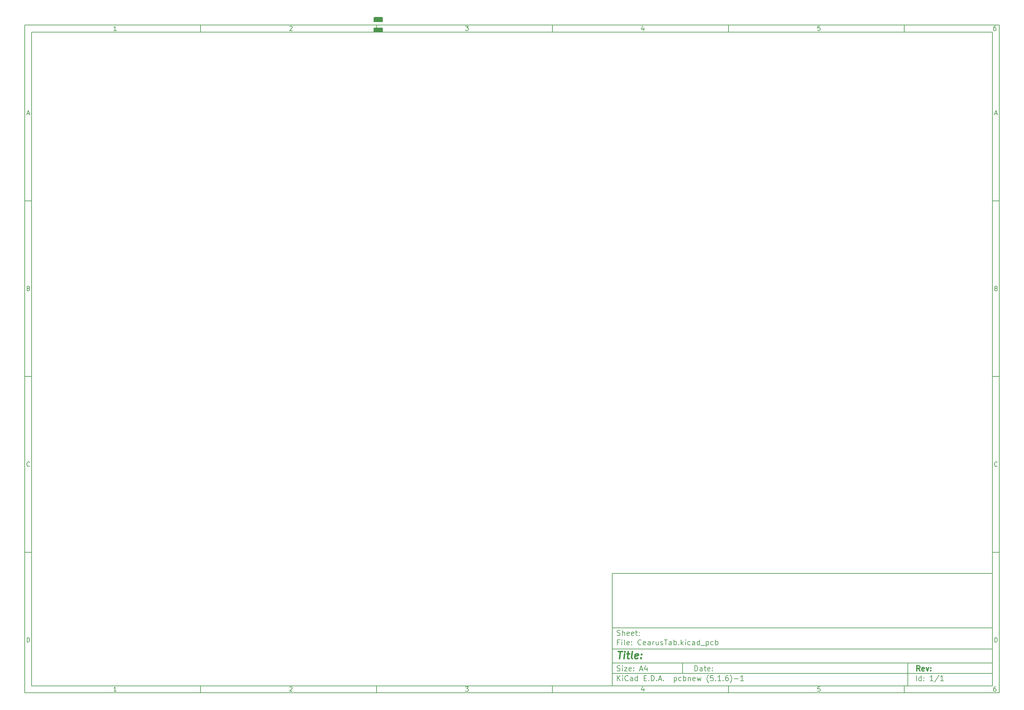
<source format=gbr>
%TF.GenerationSoftware,KiCad,Pcbnew,(5.1.6)-1*%
%TF.CreationDate,2021-02-12T14:30:02+03:00*%
%TF.ProjectId,CearusTab,43656172-7573-4546-9162-2e6b69636164,rev?*%
%TF.SameCoordinates,Original*%
%TF.FileFunction,Paste,Bot*%
%TF.FilePolarity,Positive*%
%FSLAX46Y46*%
G04 Gerber Fmt 4.6, Leading zero omitted, Abs format (unit mm)*
G04 Created by KiCad (PCBNEW (5.1.6)-1) date 2021-02-12 14:30:02*
%MOMM*%
%LPD*%
G01*
G04 APERTURE LIST*
%ADD10C,0.100000*%
%ADD11C,0.150000*%
%ADD12C,0.300000*%
%ADD13C,0.400000*%
G04 APERTURE END LIST*
D10*
D11*
X177002200Y-166007200D02*
X177002200Y-198007200D01*
X285002200Y-198007200D01*
X285002200Y-166007200D01*
X177002200Y-166007200D01*
D10*
D11*
X10000000Y-10000000D02*
X10000000Y-200007200D01*
X287002200Y-200007200D01*
X287002200Y-10000000D01*
X10000000Y-10000000D01*
D10*
D11*
X12000000Y-12000000D02*
X12000000Y-198007200D01*
X285002200Y-198007200D01*
X285002200Y-12000000D01*
X12000000Y-12000000D01*
D10*
D11*
X60000000Y-12000000D02*
X60000000Y-10000000D01*
D10*
D11*
X110000000Y-12000000D02*
X110000000Y-10000000D01*
D10*
D11*
X160000000Y-12000000D02*
X160000000Y-10000000D01*
D10*
D11*
X210000000Y-12000000D02*
X210000000Y-10000000D01*
D10*
D11*
X260000000Y-12000000D02*
X260000000Y-10000000D01*
D10*
D11*
X36065476Y-11588095D02*
X35322619Y-11588095D01*
X35694047Y-11588095D02*
X35694047Y-10288095D01*
X35570238Y-10473809D01*
X35446428Y-10597619D01*
X35322619Y-10659523D01*
D10*
D11*
X85322619Y-10411904D02*
X85384523Y-10350000D01*
X85508333Y-10288095D01*
X85817857Y-10288095D01*
X85941666Y-10350000D01*
X86003571Y-10411904D01*
X86065476Y-10535714D01*
X86065476Y-10659523D01*
X86003571Y-10845238D01*
X85260714Y-11588095D01*
X86065476Y-11588095D01*
D10*
D11*
X135260714Y-10288095D02*
X136065476Y-10288095D01*
X135632142Y-10783333D01*
X135817857Y-10783333D01*
X135941666Y-10845238D01*
X136003571Y-10907142D01*
X136065476Y-11030952D01*
X136065476Y-11340476D01*
X136003571Y-11464285D01*
X135941666Y-11526190D01*
X135817857Y-11588095D01*
X135446428Y-11588095D01*
X135322619Y-11526190D01*
X135260714Y-11464285D01*
D10*
D11*
X185941666Y-10721428D02*
X185941666Y-11588095D01*
X185632142Y-10226190D02*
X185322619Y-11154761D01*
X186127380Y-11154761D01*
D10*
D11*
X236003571Y-10288095D02*
X235384523Y-10288095D01*
X235322619Y-10907142D01*
X235384523Y-10845238D01*
X235508333Y-10783333D01*
X235817857Y-10783333D01*
X235941666Y-10845238D01*
X236003571Y-10907142D01*
X236065476Y-11030952D01*
X236065476Y-11340476D01*
X236003571Y-11464285D01*
X235941666Y-11526190D01*
X235817857Y-11588095D01*
X235508333Y-11588095D01*
X235384523Y-11526190D01*
X235322619Y-11464285D01*
D10*
D11*
X285941666Y-10288095D02*
X285694047Y-10288095D01*
X285570238Y-10350000D01*
X285508333Y-10411904D01*
X285384523Y-10597619D01*
X285322619Y-10845238D01*
X285322619Y-11340476D01*
X285384523Y-11464285D01*
X285446428Y-11526190D01*
X285570238Y-11588095D01*
X285817857Y-11588095D01*
X285941666Y-11526190D01*
X286003571Y-11464285D01*
X286065476Y-11340476D01*
X286065476Y-11030952D01*
X286003571Y-10907142D01*
X285941666Y-10845238D01*
X285817857Y-10783333D01*
X285570238Y-10783333D01*
X285446428Y-10845238D01*
X285384523Y-10907142D01*
X285322619Y-11030952D01*
D10*
D11*
X60000000Y-198007200D02*
X60000000Y-200007200D01*
D10*
D11*
X110000000Y-198007200D02*
X110000000Y-200007200D01*
D10*
D11*
X160000000Y-198007200D02*
X160000000Y-200007200D01*
D10*
D11*
X210000000Y-198007200D02*
X210000000Y-200007200D01*
D10*
D11*
X260000000Y-198007200D02*
X260000000Y-200007200D01*
D10*
D11*
X36065476Y-199595295D02*
X35322619Y-199595295D01*
X35694047Y-199595295D02*
X35694047Y-198295295D01*
X35570238Y-198481009D01*
X35446428Y-198604819D01*
X35322619Y-198666723D01*
D10*
D11*
X85322619Y-198419104D02*
X85384523Y-198357200D01*
X85508333Y-198295295D01*
X85817857Y-198295295D01*
X85941666Y-198357200D01*
X86003571Y-198419104D01*
X86065476Y-198542914D01*
X86065476Y-198666723D01*
X86003571Y-198852438D01*
X85260714Y-199595295D01*
X86065476Y-199595295D01*
D10*
D11*
X135260714Y-198295295D02*
X136065476Y-198295295D01*
X135632142Y-198790533D01*
X135817857Y-198790533D01*
X135941666Y-198852438D01*
X136003571Y-198914342D01*
X136065476Y-199038152D01*
X136065476Y-199347676D01*
X136003571Y-199471485D01*
X135941666Y-199533390D01*
X135817857Y-199595295D01*
X135446428Y-199595295D01*
X135322619Y-199533390D01*
X135260714Y-199471485D01*
D10*
D11*
X185941666Y-198728628D02*
X185941666Y-199595295D01*
X185632142Y-198233390D02*
X185322619Y-199161961D01*
X186127380Y-199161961D01*
D10*
D11*
X236003571Y-198295295D02*
X235384523Y-198295295D01*
X235322619Y-198914342D01*
X235384523Y-198852438D01*
X235508333Y-198790533D01*
X235817857Y-198790533D01*
X235941666Y-198852438D01*
X236003571Y-198914342D01*
X236065476Y-199038152D01*
X236065476Y-199347676D01*
X236003571Y-199471485D01*
X235941666Y-199533390D01*
X235817857Y-199595295D01*
X235508333Y-199595295D01*
X235384523Y-199533390D01*
X235322619Y-199471485D01*
D10*
D11*
X285941666Y-198295295D02*
X285694047Y-198295295D01*
X285570238Y-198357200D01*
X285508333Y-198419104D01*
X285384523Y-198604819D01*
X285322619Y-198852438D01*
X285322619Y-199347676D01*
X285384523Y-199471485D01*
X285446428Y-199533390D01*
X285570238Y-199595295D01*
X285817857Y-199595295D01*
X285941666Y-199533390D01*
X286003571Y-199471485D01*
X286065476Y-199347676D01*
X286065476Y-199038152D01*
X286003571Y-198914342D01*
X285941666Y-198852438D01*
X285817857Y-198790533D01*
X285570238Y-198790533D01*
X285446428Y-198852438D01*
X285384523Y-198914342D01*
X285322619Y-199038152D01*
D10*
D11*
X10000000Y-60000000D02*
X12000000Y-60000000D01*
D10*
D11*
X10000000Y-110000000D02*
X12000000Y-110000000D01*
D10*
D11*
X10000000Y-160000000D02*
X12000000Y-160000000D01*
D10*
D11*
X10690476Y-35216666D02*
X11309523Y-35216666D01*
X10566666Y-35588095D02*
X11000000Y-34288095D01*
X11433333Y-35588095D01*
D10*
D11*
X11092857Y-84907142D02*
X11278571Y-84969047D01*
X11340476Y-85030952D01*
X11402380Y-85154761D01*
X11402380Y-85340476D01*
X11340476Y-85464285D01*
X11278571Y-85526190D01*
X11154761Y-85588095D01*
X10659523Y-85588095D01*
X10659523Y-84288095D01*
X11092857Y-84288095D01*
X11216666Y-84350000D01*
X11278571Y-84411904D01*
X11340476Y-84535714D01*
X11340476Y-84659523D01*
X11278571Y-84783333D01*
X11216666Y-84845238D01*
X11092857Y-84907142D01*
X10659523Y-84907142D01*
D10*
D11*
X11402380Y-135464285D02*
X11340476Y-135526190D01*
X11154761Y-135588095D01*
X11030952Y-135588095D01*
X10845238Y-135526190D01*
X10721428Y-135402380D01*
X10659523Y-135278571D01*
X10597619Y-135030952D01*
X10597619Y-134845238D01*
X10659523Y-134597619D01*
X10721428Y-134473809D01*
X10845238Y-134350000D01*
X11030952Y-134288095D01*
X11154761Y-134288095D01*
X11340476Y-134350000D01*
X11402380Y-134411904D01*
D10*
D11*
X10659523Y-185588095D02*
X10659523Y-184288095D01*
X10969047Y-184288095D01*
X11154761Y-184350000D01*
X11278571Y-184473809D01*
X11340476Y-184597619D01*
X11402380Y-184845238D01*
X11402380Y-185030952D01*
X11340476Y-185278571D01*
X11278571Y-185402380D01*
X11154761Y-185526190D01*
X10969047Y-185588095D01*
X10659523Y-185588095D01*
D10*
D11*
X287002200Y-60000000D02*
X285002200Y-60000000D01*
D10*
D11*
X287002200Y-110000000D02*
X285002200Y-110000000D01*
D10*
D11*
X287002200Y-160000000D02*
X285002200Y-160000000D01*
D10*
D11*
X285692676Y-35216666D02*
X286311723Y-35216666D01*
X285568866Y-35588095D02*
X286002200Y-34288095D01*
X286435533Y-35588095D01*
D10*
D11*
X286095057Y-84907142D02*
X286280771Y-84969047D01*
X286342676Y-85030952D01*
X286404580Y-85154761D01*
X286404580Y-85340476D01*
X286342676Y-85464285D01*
X286280771Y-85526190D01*
X286156961Y-85588095D01*
X285661723Y-85588095D01*
X285661723Y-84288095D01*
X286095057Y-84288095D01*
X286218866Y-84350000D01*
X286280771Y-84411904D01*
X286342676Y-84535714D01*
X286342676Y-84659523D01*
X286280771Y-84783333D01*
X286218866Y-84845238D01*
X286095057Y-84907142D01*
X285661723Y-84907142D01*
D10*
D11*
X286404580Y-135464285D02*
X286342676Y-135526190D01*
X286156961Y-135588095D01*
X286033152Y-135588095D01*
X285847438Y-135526190D01*
X285723628Y-135402380D01*
X285661723Y-135278571D01*
X285599819Y-135030952D01*
X285599819Y-134845238D01*
X285661723Y-134597619D01*
X285723628Y-134473809D01*
X285847438Y-134350000D01*
X286033152Y-134288095D01*
X286156961Y-134288095D01*
X286342676Y-134350000D01*
X286404580Y-134411904D01*
D10*
D11*
X285661723Y-185588095D02*
X285661723Y-184288095D01*
X285971247Y-184288095D01*
X286156961Y-184350000D01*
X286280771Y-184473809D01*
X286342676Y-184597619D01*
X286404580Y-184845238D01*
X286404580Y-185030952D01*
X286342676Y-185278571D01*
X286280771Y-185402380D01*
X286156961Y-185526190D01*
X285971247Y-185588095D01*
X285661723Y-185588095D01*
D10*
D11*
X200434342Y-193785771D02*
X200434342Y-192285771D01*
X200791485Y-192285771D01*
X201005771Y-192357200D01*
X201148628Y-192500057D01*
X201220057Y-192642914D01*
X201291485Y-192928628D01*
X201291485Y-193142914D01*
X201220057Y-193428628D01*
X201148628Y-193571485D01*
X201005771Y-193714342D01*
X200791485Y-193785771D01*
X200434342Y-193785771D01*
X202577200Y-193785771D02*
X202577200Y-193000057D01*
X202505771Y-192857200D01*
X202362914Y-192785771D01*
X202077200Y-192785771D01*
X201934342Y-192857200D01*
X202577200Y-193714342D02*
X202434342Y-193785771D01*
X202077200Y-193785771D01*
X201934342Y-193714342D01*
X201862914Y-193571485D01*
X201862914Y-193428628D01*
X201934342Y-193285771D01*
X202077200Y-193214342D01*
X202434342Y-193214342D01*
X202577200Y-193142914D01*
X203077200Y-192785771D02*
X203648628Y-192785771D01*
X203291485Y-192285771D02*
X203291485Y-193571485D01*
X203362914Y-193714342D01*
X203505771Y-193785771D01*
X203648628Y-193785771D01*
X204720057Y-193714342D02*
X204577200Y-193785771D01*
X204291485Y-193785771D01*
X204148628Y-193714342D01*
X204077200Y-193571485D01*
X204077200Y-193000057D01*
X204148628Y-192857200D01*
X204291485Y-192785771D01*
X204577200Y-192785771D01*
X204720057Y-192857200D01*
X204791485Y-193000057D01*
X204791485Y-193142914D01*
X204077200Y-193285771D01*
X205434342Y-193642914D02*
X205505771Y-193714342D01*
X205434342Y-193785771D01*
X205362914Y-193714342D01*
X205434342Y-193642914D01*
X205434342Y-193785771D01*
X205434342Y-192857200D02*
X205505771Y-192928628D01*
X205434342Y-193000057D01*
X205362914Y-192928628D01*
X205434342Y-192857200D01*
X205434342Y-193000057D01*
D10*
D11*
X177002200Y-194507200D02*
X285002200Y-194507200D01*
D10*
D11*
X178434342Y-196585771D02*
X178434342Y-195085771D01*
X179291485Y-196585771D02*
X178648628Y-195728628D01*
X179291485Y-195085771D02*
X178434342Y-195942914D01*
X179934342Y-196585771D02*
X179934342Y-195585771D01*
X179934342Y-195085771D02*
X179862914Y-195157200D01*
X179934342Y-195228628D01*
X180005771Y-195157200D01*
X179934342Y-195085771D01*
X179934342Y-195228628D01*
X181505771Y-196442914D02*
X181434342Y-196514342D01*
X181220057Y-196585771D01*
X181077200Y-196585771D01*
X180862914Y-196514342D01*
X180720057Y-196371485D01*
X180648628Y-196228628D01*
X180577200Y-195942914D01*
X180577200Y-195728628D01*
X180648628Y-195442914D01*
X180720057Y-195300057D01*
X180862914Y-195157200D01*
X181077200Y-195085771D01*
X181220057Y-195085771D01*
X181434342Y-195157200D01*
X181505771Y-195228628D01*
X182791485Y-196585771D02*
X182791485Y-195800057D01*
X182720057Y-195657200D01*
X182577200Y-195585771D01*
X182291485Y-195585771D01*
X182148628Y-195657200D01*
X182791485Y-196514342D02*
X182648628Y-196585771D01*
X182291485Y-196585771D01*
X182148628Y-196514342D01*
X182077200Y-196371485D01*
X182077200Y-196228628D01*
X182148628Y-196085771D01*
X182291485Y-196014342D01*
X182648628Y-196014342D01*
X182791485Y-195942914D01*
X184148628Y-196585771D02*
X184148628Y-195085771D01*
X184148628Y-196514342D02*
X184005771Y-196585771D01*
X183720057Y-196585771D01*
X183577200Y-196514342D01*
X183505771Y-196442914D01*
X183434342Y-196300057D01*
X183434342Y-195871485D01*
X183505771Y-195728628D01*
X183577200Y-195657200D01*
X183720057Y-195585771D01*
X184005771Y-195585771D01*
X184148628Y-195657200D01*
X186005771Y-195800057D02*
X186505771Y-195800057D01*
X186720057Y-196585771D02*
X186005771Y-196585771D01*
X186005771Y-195085771D01*
X186720057Y-195085771D01*
X187362914Y-196442914D02*
X187434342Y-196514342D01*
X187362914Y-196585771D01*
X187291485Y-196514342D01*
X187362914Y-196442914D01*
X187362914Y-196585771D01*
X188077200Y-196585771D02*
X188077200Y-195085771D01*
X188434342Y-195085771D01*
X188648628Y-195157200D01*
X188791485Y-195300057D01*
X188862914Y-195442914D01*
X188934342Y-195728628D01*
X188934342Y-195942914D01*
X188862914Y-196228628D01*
X188791485Y-196371485D01*
X188648628Y-196514342D01*
X188434342Y-196585771D01*
X188077200Y-196585771D01*
X189577200Y-196442914D02*
X189648628Y-196514342D01*
X189577200Y-196585771D01*
X189505771Y-196514342D01*
X189577200Y-196442914D01*
X189577200Y-196585771D01*
X190220057Y-196157200D02*
X190934342Y-196157200D01*
X190077200Y-196585771D02*
X190577200Y-195085771D01*
X191077200Y-196585771D01*
X191577200Y-196442914D02*
X191648628Y-196514342D01*
X191577200Y-196585771D01*
X191505771Y-196514342D01*
X191577200Y-196442914D01*
X191577200Y-196585771D01*
X194577200Y-195585771D02*
X194577200Y-197085771D01*
X194577200Y-195657200D02*
X194720057Y-195585771D01*
X195005771Y-195585771D01*
X195148628Y-195657200D01*
X195220057Y-195728628D01*
X195291485Y-195871485D01*
X195291485Y-196300057D01*
X195220057Y-196442914D01*
X195148628Y-196514342D01*
X195005771Y-196585771D01*
X194720057Y-196585771D01*
X194577200Y-196514342D01*
X196577200Y-196514342D02*
X196434342Y-196585771D01*
X196148628Y-196585771D01*
X196005771Y-196514342D01*
X195934342Y-196442914D01*
X195862914Y-196300057D01*
X195862914Y-195871485D01*
X195934342Y-195728628D01*
X196005771Y-195657200D01*
X196148628Y-195585771D01*
X196434342Y-195585771D01*
X196577200Y-195657200D01*
X197220057Y-196585771D02*
X197220057Y-195085771D01*
X197220057Y-195657200D02*
X197362914Y-195585771D01*
X197648628Y-195585771D01*
X197791485Y-195657200D01*
X197862914Y-195728628D01*
X197934342Y-195871485D01*
X197934342Y-196300057D01*
X197862914Y-196442914D01*
X197791485Y-196514342D01*
X197648628Y-196585771D01*
X197362914Y-196585771D01*
X197220057Y-196514342D01*
X198577200Y-195585771D02*
X198577200Y-196585771D01*
X198577200Y-195728628D02*
X198648628Y-195657200D01*
X198791485Y-195585771D01*
X199005771Y-195585771D01*
X199148628Y-195657200D01*
X199220057Y-195800057D01*
X199220057Y-196585771D01*
X200505771Y-196514342D02*
X200362914Y-196585771D01*
X200077200Y-196585771D01*
X199934342Y-196514342D01*
X199862914Y-196371485D01*
X199862914Y-195800057D01*
X199934342Y-195657200D01*
X200077200Y-195585771D01*
X200362914Y-195585771D01*
X200505771Y-195657200D01*
X200577200Y-195800057D01*
X200577200Y-195942914D01*
X199862914Y-196085771D01*
X201077200Y-195585771D02*
X201362914Y-196585771D01*
X201648628Y-195871485D01*
X201934342Y-196585771D01*
X202220057Y-195585771D01*
X204362914Y-197157200D02*
X204291485Y-197085771D01*
X204148628Y-196871485D01*
X204077200Y-196728628D01*
X204005771Y-196514342D01*
X203934342Y-196157200D01*
X203934342Y-195871485D01*
X204005771Y-195514342D01*
X204077200Y-195300057D01*
X204148628Y-195157200D01*
X204291485Y-194942914D01*
X204362914Y-194871485D01*
X205648628Y-195085771D02*
X204934342Y-195085771D01*
X204862914Y-195800057D01*
X204934342Y-195728628D01*
X205077200Y-195657200D01*
X205434342Y-195657200D01*
X205577200Y-195728628D01*
X205648628Y-195800057D01*
X205720057Y-195942914D01*
X205720057Y-196300057D01*
X205648628Y-196442914D01*
X205577200Y-196514342D01*
X205434342Y-196585771D01*
X205077200Y-196585771D01*
X204934342Y-196514342D01*
X204862914Y-196442914D01*
X206362914Y-196442914D02*
X206434342Y-196514342D01*
X206362914Y-196585771D01*
X206291485Y-196514342D01*
X206362914Y-196442914D01*
X206362914Y-196585771D01*
X207862914Y-196585771D02*
X207005771Y-196585771D01*
X207434342Y-196585771D02*
X207434342Y-195085771D01*
X207291485Y-195300057D01*
X207148628Y-195442914D01*
X207005771Y-195514342D01*
X208505771Y-196442914D02*
X208577200Y-196514342D01*
X208505771Y-196585771D01*
X208434342Y-196514342D01*
X208505771Y-196442914D01*
X208505771Y-196585771D01*
X209862914Y-195085771D02*
X209577200Y-195085771D01*
X209434342Y-195157200D01*
X209362914Y-195228628D01*
X209220057Y-195442914D01*
X209148628Y-195728628D01*
X209148628Y-196300057D01*
X209220057Y-196442914D01*
X209291485Y-196514342D01*
X209434342Y-196585771D01*
X209720057Y-196585771D01*
X209862914Y-196514342D01*
X209934342Y-196442914D01*
X210005771Y-196300057D01*
X210005771Y-195942914D01*
X209934342Y-195800057D01*
X209862914Y-195728628D01*
X209720057Y-195657200D01*
X209434342Y-195657200D01*
X209291485Y-195728628D01*
X209220057Y-195800057D01*
X209148628Y-195942914D01*
X210505771Y-197157200D02*
X210577200Y-197085771D01*
X210720057Y-196871485D01*
X210791485Y-196728628D01*
X210862914Y-196514342D01*
X210934342Y-196157200D01*
X210934342Y-195871485D01*
X210862914Y-195514342D01*
X210791485Y-195300057D01*
X210720057Y-195157200D01*
X210577200Y-194942914D01*
X210505771Y-194871485D01*
X211648628Y-196014342D02*
X212791485Y-196014342D01*
X214291485Y-196585771D02*
X213434342Y-196585771D01*
X213862914Y-196585771D02*
X213862914Y-195085771D01*
X213720057Y-195300057D01*
X213577200Y-195442914D01*
X213434342Y-195514342D01*
D10*
D11*
X177002200Y-191507200D02*
X285002200Y-191507200D01*
D10*
D12*
X264411485Y-193785771D02*
X263911485Y-193071485D01*
X263554342Y-193785771D02*
X263554342Y-192285771D01*
X264125771Y-192285771D01*
X264268628Y-192357200D01*
X264340057Y-192428628D01*
X264411485Y-192571485D01*
X264411485Y-192785771D01*
X264340057Y-192928628D01*
X264268628Y-193000057D01*
X264125771Y-193071485D01*
X263554342Y-193071485D01*
X265625771Y-193714342D02*
X265482914Y-193785771D01*
X265197200Y-193785771D01*
X265054342Y-193714342D01*
X264982914Y-193571485D01*
X264982914Y-193000057D01*
X265054342Y-192857200D01*
X265197200Y-192785771D01*
X265482914Y-192785771D01*
X265625771Y-192857200D01*
X265697200Y-193000057D01*
X265697200Y-193142914D01*
X264982914Y-193285771D01*
X266197200Y-192785771D02*
X266554342Y-193785771D01*
X266911485Y-192785771D01*
X267482914Y-193642914D02*
X267554342Y-193714342D01*
X267482914Y-193785771D01*
X267411485Y-193714342D01*
X267482914Y-193642914D01*
X267482914Y-193785771D01*
X267482914Y-192857200D02*
X267554342Y-192928628D01*
X267482914Y-193000057D01*
X267411485Y-192928628D01*
X267482914Y-192857200D01*
X267482914Y-193000057D01*
D10*
D11*
X178362914Y-193714342D02*
X178577200Y-193785771D01*
X178934342Y-193785771D01*
X179077200Y-193714342D01*
X179148628Y-193642914D01*
X179220057Y-193500057D01*
X179220057Y-193357200D01*
X179148628Y-193214342D01*
X179077200Y-193142914D01*
X178934342Y-193071485D01*
X178648628Y-193000057D01*
X178505771Y-192928628D01*
X178434342Y-192857200D01*
X178362914Y-192714342D01*
X178362914Y-192571485D01*
X178434342Y-192428628D01*
X178505771Y-192357200D01*
X178648628Y-192285771D01*
X179005771Y-192285771D01*
X179220057Y-192357200D01*
X179862914Y-193785771D02*
X179862914Y-192785771D01*
X179862914Y-192285771D02*
X179791485Y-192357200D01*
X179862914Y-192428628D01*
X179934342Y-192357200D01*
X179862914Y-192285771D01*
X179862914Y-192428628D01*
X180434342Y-192785771D02*
X181220057Y-192785771D01*
X180434342Y-193785771D01*
X181220057Y-193785771D01*
X182362914Y-193714342D02*
X182220057Y-193785771D01*
X181934342Y-193785771D01*
X181791485Y-193714342D01*
X181720057Y-193571485D01*
X181720057Y-193000057D01*
X181791485Y-192857200D01*
X181934342Y-192785771D01*
X182220057Y-192785771D01*
X182362914Y-192857200D01*
X182434342Y-193000057D01*
X182434342Y-193142914D01*
X181720057Y-193285771D01*
X183077200Y-193642914D02*
X183148628Y-193714342D01*
X183077200Y-193785771D01*
X183005771Y-193714342D01*
X183077200Y-193642914D01*
X183077200Y-193785771D01*
X183077200Y-192857200D02*
X183148628Y-192928628D01*
X183077200Y-193000057D01*
X183005771Y-192928628D01*
X183077200Y-192857200D01*
X183077200Y-193000057D01*
X184862914Y-193357200D02*
X185577200Y-193357200D01*
X184720057Y-193785771D02*
X185220057Y-192285771D01*
X185720057Y-193785771D01*
X186862914Y-192785771D02*
X186862914Y-193785771D01*
X186505771Y-192214342D02*
X186148628Y-193285771D01*
X187077200Y-193285771D01*
D10*
D11*
X263434342Y-196585771D02*
X263434342Y-195085771D01*
X264791485Y-196585771D02*
X264791485Y-195085771D01*
X264791485Y-196514342D02*
X264648628Y-196585771D01*
X264362914Y-196585771D01*
X264220057Y-196514342D01*
X264148628Y-196442914D01*
X264077200Y-196300057D01*
X264077200Y-195871485D01*
X264148628Y-195728628D01*
X264220057Y-195657200D01*
X264362914Y-195585771D01*
X264648628Y-195585771D01*
X264791485Y-195657200D01*
X265505771Y-196442914D02*
X265577200Y-196514342D01*
X265505771Y-196585771D01*
X265434342Y-196514342D01*
X265505771Y-196442914D01*
X265505771Y-196585771D01*
X265505771Y-195657200D02*
X265577200Y-195728628D01*
X265505771Y-195800057D01*
X265434342Y-195728628D01*
X265505771Y-195657200D01*
X265505771Y-195800057D01*
X268148628Y-196585771D02*
X267291485Y-196585771D01*
X267720057Y-196585771D02*
X267720057Y-195085771D01*
X267577200Y-195300057D01*
X267434342Y-195442914D01*
X267291485Y-195514342D01*
X269862914Y-195014342D02*
X268577200Y-196942914D01*
X271148628Y-196585771D02*
X270291485Y-196585771D01*
X270720057Y-196585771D02*
X270720057Y-195085771D01*
X270577200Y-195300057D01*
X270434342Y-195442914D01*
X270291485Y-195514342D01*
D10*
D11*
X177002200Y-187507200D02*
X285002200Y-187507200D01*
D10*
D13*
X178714580Y-188211961D02*
X179857438Y-188211961D01*
X179036009Y-190211961D02*
X179286009Y-188211961D01*
X180274104Y-190211961D02*
X180440771Y-188878628D01*
X180524104Y-188211961D02*
X180416961Y-188307200D01*
X180500295Y-188402438D01*
X180607438Y-188307200D01*
X180524104Y-188211961D01*
X180500295Y-188402438D01*
X181107438Y-188878628D02*
X181869342Y-188878628D01*
X181476485Y-188211961D02*
X181262200Y-189926247D01*
X181333628Y-190116723D01*
X181512200Y-190211961D01*
X181702676Y-190211961D01*
X182655057Y-190211961D02*
X182476485Y-190116723D01*
X182405057Y-189926247D01*
X182619342Y-188211961D01*
X184190771Y-190116723D02*
X183988390Y-190211961D01*
X183607438Y-190211961D01*
X183428866Y-190116723D01*
X183357438Y-189926247D01*
X183452676Y-189164342D01*
X183571723Y-188973866D01*
X183774104Y-188878628D01*
X184155057Y-188878628D01*
X184333628Y-188973866D01*
X184405057Y-189164342D01*
X184381247Y-189354819D01*
X183405057Y-189545295D01*
X185155057Y-190021485D02*
X185238390Y-190116723D01*
X185131247Y-190211961D01*
X185047914Y-190116723D01*
X185155057Y-190021485D01*
X185131247Y-190211961D01*
X185286009Y-188973866D02*
X185369342Y-189069104D01*
X185262200Y-189164342D01*
X185178866Y-189069104D01*
X185286009Y-188973866D01*
X185262200Y-189164342D01*
D10*
D11*
X178934342Y-185600057D02*
X178434342Y-185600057D01*
X178434342Y-186385771D02*
X178434342Y-184885771D01*
X179148628Y-184885771D01*
X179720057Y-186385771D02*
X179720057Y-185385771D01*
X179720057Y-184885771D02*
X179648628Y-184957200D01*
X179720057Y-185028628D01*
X179791485Y-184957200D01*
X179720057Y-184885771D01*
X179720057Y-185028628D01*
X180648628Y-186385771D02*
X180505771Y-186314342D01*
X180434342Y-186171485D01*
X180434342Y-184885771D01*
X181791485Y-186314342D02*
X181648628Y-186385771D01*
X181362914Y-186385771D01*
X181220057Y-186314342D01*
X181148628Y-186171485D01*
X181148628Y-185600057D01*
X181220057Y-185457200D01*
X181362914Y-185385771D01*
X181648628Y-185385771D01*
X181791485Y-185457200D01*
X181862914Y-185600057D01*
X181862914Y-185742914D01*
X181148628Y-185885771D01*
X182505771Y-186242914D02*
X182577200Y-186314342D01*
X182505771Y-186385771D01*
X182434342Y-186314342D01*
X182505771Y-186242914D01*
X182505771Y-186385771D01*
X182505771Y-185457200D02*
X182577200Y-185528628D01*
X182505771Y-185600057D01*
X182434342Y-185528628D01*
X182505771Y-185457200D01*
X182505771Y-185600057D01*
X185220057Y-186242914D02*
X185148628Y-186314342D01*
X184934342Y-186385771D01*
X184791485Y-186385771D01*
X184577200Y-186314342D01*
X184434342Y-186171485D01*
X184362914Y-186028628D01*
X184291485Y-185742914D01*
X184291485Y-185528628D01*
X184362914Y-185242914D01*
X184434342Y-185100057D01*
X184577200Y-184957200D01*
X184791485Y-184885771D01*
X184934342Y-184885771D01*
X185148628Y-184957200D01*
X185220057Y-185028628D01*
X186434342Y-186314342D02*
X186291485Y-186385771D01*
X186005771Y-186385771D01*
X185862914Y-186314342D01*
X185791485Y-186171485D01*
X185791485Y-185600057D01*
X185862914Y-185457200D01*
X186005771Y-185385771D01*
X186291485Y-185385771D01*
X186434342Y-185457200D01*
X186505771Y-185600057D01*
X186505771Y-185742914D01*
X185791485Y-185885771D01*
X187791485Y-186385771D02*
X187791485Y-185600057D01*
X187720057Y-185457200D01*
X187577200Y-185385771D01*
X187291485Y-185385771D01*
X187148628Y-185457200D01*
X187791485Y-186314342D02*
X187648628Y-186385771D01*
X187291485Y-186385771D01*
X187148628Y-186314342D01*
X187077200Y-186171485D01*
X187077200Y-186028628D01*
X187148628Y-185885771D01*
X187291485Y-185814342D01*
X187648628Y-185814342D01*
X187791485Y-185742914D01*
X188505771Y-186385771D02*
X188505771Y-185385771D01*
X188505771Y-185671485D02*
X188577200Y-185528628D01*
X188648628Y-185457200D01*
X188791485Y-185385771D01*
X188934342Y-185385771D01*
X190077200Y-185385771D02*
X190077200Y-186385771D01*
X189434342Y-185385771D02*
X189434342Y-186171485D01*
X189505771Y-186314342D01*
X189648628Y-186385771D01*
X189862914Y-186385771D01*
X190005771Y-186314342D01*
X190077200Y-186242914D01*
X190720057Y-186314342D02*
X190862914Y-186385771D01*
X191148628Y-186385771D01*
X191291485Y-186314342D01*
X191362914Y-186171485D01*
X191362914Y-186100057D01*
X191291485Y-185957200D01*
X191148628Y-185885771D01*
X190934342Y-185885771D01*
X190791485Y-185814342D01*
X190720057Y-185671485D01*
X190720057Y-185600057D01*
X190791485Y-185457200D01*
X190934342Y-185385771D01*
X191148628Y-185385771D01*
X191291485Y-185457200D01*
X191791485Y-184885771D02*
X192648628Y-184885771D01*
X192220057Y-186385771D02*
X192220057Y-184885771D01*
X193791485Y-186385771D02*
X193791485Y-185600057D01*
X193720057Y-185457200D01*
X193577200Y-185385771D01*
X193291485Y-185385771D01*
X193148628Y-185457200D01*
X193791485Y-186314342D02*
X193648628Y-186385771D01*
X193291485Y-186385771D01*
X193148628Y-186314342D01*
X193077200Y-186171485D01*
X193077200Y-186028628D01*
X193148628Y-185885771D01*
X193291485Y-185814342D01*
X193648628Y-185814342D01*
X193791485Y-185742914D01*
X194505771Y-186385771D02*
X194505771Y-184885771D01*
X194505771Y-185457200D02*
X194648628Y-185385771D01*
X194934342Y-185385771D01*
X195077200Y-185457200D01*
X195148628Y-185528628D01*
X195220057Y-185671485D01*
X195220057Y-186100057D01*
X195148628Y-186242914D01*
X195077200Y-186314342D01*
X194934342Y-186385771D01*
X194648628Y-186385771D01*
X194505771Y-186314342D01*
X195862914Y-186242914D02*
X195934342Y-186314342D01*
X195862914Y-186385771D01*
X195791485Y-186314342D01*
X195862914Y-186242914D01*
X195862914Y-186385771D01*
X196577200Y-186385771D02*
X196577200Y-184885771D01*
X196720057Y-185814342D02*
X197148628Y-186385771D01*
X197148628Y-185385771D02*
X196577200Y-185957200D01*
X197791485Y-186385771D02*
X197791485Y-185385771D01*
X197791485Y-184885771D02*
X197720057Y-184957200D01*
X197791485Y-185028628D01*
X197862914Y-184957200D01*
X197791485Y-184885771D01*
X197791485Y-185028628D01*
X199148628Y-186314342D02*
X199005771Y-186385771D01*
X198720057Y-186385771D01*
X198577200Y-186314342D01*
X198505771Y-186242914D01*
X198434342Y-186100057D01*
X198434342Y-185671485D01*
X198505771Y-185528628D01*
X198577200Y-185457200D01*
X198720057Y-185385771D01*
X199005771Y-185385771D01*
X199148628Y-185457200D01*
X200434342Y-186385771D02*
X200434342Y-185600057D01*
X200362914Y-185457200D01*
X200220057Y-185385771D01*
X199934342Y-185385771D01*
X199791485Y-185457200D01*
X200434342Y-186314342D02*
X200291485Y-186385771D01*
X199934342Y-186385771D01*
X199791485Y-186314342D01*
X199720057Y-186171485D01*
X199720057Y-186028628D01*
X199791485Y-185885771D01*
X199934342Y-185814342D01*
X200291485Y-185814342D01*
X200434342Y-185742914D01*
X201791485Y-186385771D02*
X201791485Y-184885771D01*
X201791485Y-186314342D02*
X201648628Y-186385771D01*
X201362914Y-186385771D01*
X201220057Y-186314342D01*
X201148628Y-186242914D01*
X201077200Y-186100057D01*
X201077200Y-185671485D01*
X201148628Y-185528628D01*
X201220057Y-185457200D01*
X201362914Y-185385771D01*
X201648628Y-185385771D01*
X201791485Y-185457200D01*
X202148628Y-186528628D02*
X203291485Y-186528628D01*
X203648628Y-185385771D02*
X203648628Y-186885771D01*
X203648628Y-185457200D02*
X203791485Y-185385771D01*
X204077200Y-185385771D01*
X204220057Y-185457200D01*
X204291485Y-185528628D01*
X204362914Y-185671485D01*
X204362914Y-186100057D01*
X204291485Y-186242914D01*
X204220057Y-186314342D01*
X204077200Y-186385771D01*
X203791485Y-186385771D01*
X203648628Y-186314342D01*
X205648628Y-186314342D02*
X205505771Y-186385771D01*
X205220057Y-186385771D01*
X205077200Y-186314342D01*
X205005771Y-186242914D01*
X204934342Y-186100057D01*
X204934342Y-185671485D01*
X205005771Y-185528628D01*
X205077200Y-185457200D01*
X205220057Y-185385771D01*
X205505771Y-185385771D01*
X205648628Y-185457200D01*
X206291485Y-186385771D02*
X206291485Y-184885771D01*
X206291485Y-185457200D02*
X206434342Y-185385771D01*
X206720057Y-185385771D01*
X206862914Y-185457200D01*
X206934342Y-185528628D01*
X207005771Y-185671485D01*
X207005771Y-186100057D01*
X206934342Y-186242914D01*
X206862914Y-186314342D01*
X206720057Y-186385771D01*
X206434342Y-186385771D01*
X206291485Y-186314342D01*
D10*
D11*
X177002200Y-181507200D02*
X285002200Y-181507200D01*
D10*
D11*
X178362914Y-183614342D02*
X178577200Y-183685771D01*
X178934342Y-183685771D01*
X179077200Y-183614342D01*
X179148628Y-183542914D01*
X179220057Y-183400057D01*
X179220057Y-183257200D01*
X179148628Y-183114342D01*
X179077200Y-183042914D01*
X178934342Y-182971485D01*
X178648628Y-182900057D01*
X178505771Y-182828628D01*
X178434342Y-182757200D01*
X178362914Y-182614342D01*
X178362914Y-182471485D01*
X178434342Y-182328628D01*
X178505771Y-182257200D01*
X178648628Y-182185771D01*
X179005771Y-182185771D01*
X179220057Y-182257200D01*
X179862914Y-183685771D02*
X179862914Y-182185771D01*
X180505771Y-183685771D02*
X180505771Y-182900057D01*
X180434342Y-182757200D01*
X180291485Y-182685771D01*
X180077200Y-182685771D01*
X179934342Y-182757200D01*
X179862914Y-182828628D01*
X181791485Y-183614342D02*
X181648628Y-183685771D01*
X181362914Y-183685771D01*
X181220057Y-183614342D01*
X181148628Y-183471485D01*
X181148628Y-182900057D01*
X181220057Y-182757200D01*
X181362914Y-182685771D01*
X181648628Y-182685771D01*
X181791485Y-182757200D01*
X181862914Y-182900057D01*
X181862914Y-183042914D01*
X181148628Y-183185771D01*
X183077200Y-183614342D02*
X182934342Y-183685771D01*
X182648628Y-183685771D01*
X182505771Y-183614342D01*
X182434342Y-183471485D01*
X182434342Y-182900057D01*
X182505771Y-182757200D01*
X182648628Y-182685771D01*
X182934342Y-182685771D01*
X183077200Y-182757200D01*
X183148628Y-182900057D01*
X183148628Y-183042914D01*
X182434342Y-183185771D01*
X183577200Y-182685771D02*
X184148628Y-182685771D01*
X183791485Y-182185771D02*
X183791485Y-183471485D01*
X183862914Y-183614342D01*
X184005771Y-183685771D01*
X184148628Y-183685771D01*
X184648628Y-183542914D02*
X184720057Y-183614342D01*
X184648628Y-183685771D01*
X184577200Y-183614342D01*
X184648628Y-183542914D01*
X184648628Y-183685771D01*
X184648628Y-182757200D02*
X184720057Y-182828628D01*
X184648628Y-182900057D01*
X184577200Y-182828628D01*
X184648628Y-182757200D01*
X184648628Y-182900057D01*
D10*
D11*
X197002200Y-191507200D02*
X197002200Y-194507200D01*
D10*
D11*
X261002200Y-191507200D02*
X261002200Y-198007200D01*
%TO.C,C4*%
G36*
G01*
X111565000Y-9167500D02*
X109415000Y-9167500D01*
G75*
G02*
X109165000Y-8917500I0J250000D01*
G01*
X109165000Y-7992500D01*
G75*
G02*
X109415000Y-7742500I250000J0D01*
G01*
X111565000Y-7742500D01*
G75*
G02*
X111815000Y-7992500I0J-250000D01*
G01*
X111815000Y-8917500D01*
G75*
G02*
X111565000Y-9167500I-250000J0D01*
G01*
G37*
G36*
G01*
X111565000Y-12142500D02*
X109415000Y-12142500D01*
G75*
G02*
X109165000Y-11892500I0J250000D01*
G01*
X109165000Y-10967500D01*
G75*
G02*
X109415000Y-10717500I250000J0D01*
G01*
X111565000Y-10717500D01*
G75*
G02*
X111815000Y-10967500I0J-250000D01*
G01*
X111815000Y-11892500D01*
G75*
G02*
X111565000Y-12142500I-250000J0D01*
G01*
G37*
%TD*%
M02*

</source>
